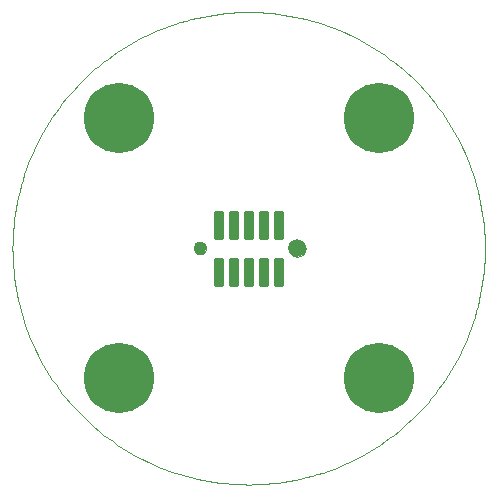
<source format=gbs>
G75*
%MOIN*%
%OFA0B0*%
%FSLAX25Y25*%
%IPPOS*%
%LPD*%
%AMOC8*
5,1,8,0,0,1.08239X$1,22.5*
%
%ADD10C,0.00394*%
%ADD11C,0.01775*%
%ADD12C,0.00000*%
%ADD13C,0.04337*%
%ADD14C,0.05912*%
%ADD15C,0.23400*%
D10*
X0001394Y0080134D02*
X0001418Y0082066D01*
X0001489Y0083998D01*
X0001607Y0085926D01*
X0001773Y0087852D01*
X0001986Y0089773D01*
X0002246Y0091688D01*
X0002553Y0093596D01*
X0002907Y0095495D01*
X0003307Y0097386D01*
X0003754Y0099266D01*
X0004246Y0101135D01*
X0004785Y0102991D01*
X0005368Y0104833D01*
X0005997Y0106661D01*
X0006670Y0108472D01*
X0007388Y0110266D01*
X0008149Y0112043D01*
X0008954Y0113800D01*
X0009802Y0115536D01*
X0010692Y0117252D01*
X0011623Y0118945D01*
X0012596Y0120614D01*
X0013610Y0122260D01*
X0014664Y0123880D01*
X0015757Y0125473D01*
X0016889Y0127039D01*
X0018060Y0128577D01*
X0019267Y0130086D01*
X0020511Y0131565D01*
X0021792Y0133013D01*
X0023107Y0134428D01*
X0024456Y0135812D01*
X0025840Y0137161D01*
X0027255Y0138476D01*
X0028703Y0139757D01*
X0030182Y0141001D01*
X0031691Y0142208D01*
X0033229Y0143379D01*
X0034795Y0144511D01*
X0036388Y0145604D01*
X0038008Y0146658D01*
X0039654Y0147672D01*
X0041323Y0148645D01*
X0043016Y0149576D01*
X0044732Y0150466D01*
X0046468Y0151314D01*
X0048225Y0152119D01*
X0050002Y0152880D01*
X0051796Y0153598D01*
X0053607Y0154271D01*
X0055435Y0154900D01*
X0057277Y0155483D01*
X0059133Y0156022D01*
X0061002Y0156514D01*
X0062882Y0156961D01*
X0064773Y0157361D01*
X0066672Y0157715D01*
X0068580Y0158022D01*
X0070495Y0158282D01*
X0072416Y0158495D01*
X0074342Y0158661D01*
X0076270Y0158779D01*
X0078202Y0158850D01*
X0080134Y0158874D01*
X0082066Y0158850D01*
X0083998Y0158779D01*
X0085926Y0158661D01*
X0087852Y0158495D01*
X0089773Y0158282D01*
X0091688Y0158022D01*
X0093596Y0157715D01*
X0095495Y0157361D01*
X0097386Y0156961D01*
X0099266Y0156514D01*
X0101135Y0156022D01*
X0102991Y0155483D01*
X0104833Y0154900D01*
X0106661Y0154271D01*
X0108472Y0153598D01*
X0110266Y0152880D01*
X0112043Y0152119D01*
X0113800Y0151314D01*
X0115536Y0150466D01*
X0117252Y0149576D01*
X0118945Y0148645D01*
X0120614Y0147672D01*
X0122260Y0146658D01*
X0123880Y0145604D01*
X0125473Y0144511D01*
X0127039Y0143379D01*
X0128577Y0142208D01*
X0130086Y0141001D01*
X0131565Y0139757D01*
X0133013Y0138476D01*
X0134428Y0137161D01*
X0135812Y0135812D01*
X0137161Y0134428D01*
X0138476Y0133013D01*
X0139757Y0131565D01*
X0141001Y0130086D01*
X0142208Y0128577D01*
X0143379Y0127039D01*
X0144511Y0125473D01*
X0145604Y0123880D01*
X0146658Y0122260D01*
X0147672Y0120614D01*
X0148645Y0118945D01*
X0149576Y0117252D01*
X0150466Y0115536D01*
X0151314Y0113800D01*
X0152119Y0112043D01*
X0152880Y0110266D01*
X0153598Y0108472D01*
X0154271Y0106661D01*
X0154900Y0104833D01*
X0155483Y0102991D01*
X0156022Y0101135D01*
X0156514Y0099266D01*
X0156961Y0097386D01*
X0157361Y0095495D01*
X0157715Y0093596D01*
X0158022Y0091688D01*
X0158282Y0089773D01*
X0158495Y0087852D01*
X0158661Y0085926D01*
X0158779Y0083998D01*
X0158850Y0082066D01*
X0158874Y0080134D01*
X0158850Y0078202D01*
X0158779Y0076270D01*
X0158661Y0074342D01*
X0158495Y0072416D01*
X0158282Y0070495D01*
X0158022Y0068580D01*
X0157715Y0066672D01*
X0157361Y0064773D01*
X0156961Y0062882D01*
X0156514Y0061002D01*
X0156022Y0059133D01*
X0155483Y0057277D01*
X0154900Y0055435D01*
X0154271Y0053607D01*
X0153598Y0051796D01*
X0152880Y0050002D01*
X0152119Y0048225D01*
X0151314Y0046468D01*
X0150466Y0044732D01*
X0149576Y0043016D01*
X0148645Y0041323D01*
X0147672Y0039654D01*
X0146658Y0038008D01*
X0145604Y0036388D01*
X0144511Y0034795D01*
X0143379Y0033229D01*
X0142208Y0031691D01*
X0141001Y0030182D01*
X0139757Y0028703D01*
X0138476Y0027255D01*
X0137161Y0025840D01*
X0135812Y0024456D01*
X0134428Y0023107D01*
X0133013Y0021792D01*
X0131565Y0020511D01*
X0130086Y0019267D01*
X0128577Y0018060D01*
X0127039Y0016889D01*
X0125473Y0015757D01*
X0123880Y0014664D01*
X0122260Y0013610D01*
X0120614Y0012596D01*
X0118945Y0011623D01*
X0117252Y0010692D01*
X0115536Y0009802D01*
X0113800Y0008954D01*
X0112043Y0008149D01*
X0110266Y0007388D01*
X0108472Y0006670D01*
X0106661Y0005997D01*
X0104833Y0005368D01*
X0102991Y0004785D01*
X0101135Y0004246D01*
X0099266Y0003754D01*
X0097386Y0003307D01*
X0095495Y0002907D01*
X0093596Y0002553D01*
X0091688Y0002246D01*
X0089773Y0001986D01*
X0087852Y0001773D01*
X0085926Y0001607D01*
X0083998Y0001489D01*
X0082066Y0001418D01*
X0080134Y0001394D01*
X0078202Y0001418D01*
X0076270Y0001489D01*
X0074342Y0001607D01*
X0072416Y0001773D01*
X0070495Y0001986D01*
X0068580Y0002246D01*
X0066672Y0002553D01*
X0064773Y0002907D01*
X0062882Y0003307D01*
X0061002Y0003754D01*
X0059133Y0004246D01*
X0057277Y0004785D01*
X0055435Y0005368D01*
X0053607Y0005997D01*
X0051796Y0006670D01*
X0050002Y0007388D01*
X0048225Y0008149D01*
X0046468Y0008954D01*
X0044732Y0009802D01*
X0043016Y0010692D01*
X0041323Y0011623D01*
X0039654Y0012596D01*
X0038008Y0013610D01*
X0036388Y0014664D01*
X0034795Y0015757D01*
X0033229Y0016889D01*
X0031691Y0018060D01*
X0030182Y0019267D01*
X0028703Y0020511D01*
X0027255Y0021792D01*
X0025840Y0023107D01*
X0024456Y0024456D01*
X0023107Y0025840D01*
X0021792Y0027255D01*
X0020511Y0028703D01*
X0019267Y0030182D01*
X0018060Y0031691D01*
X0016889Y0033229D01*
X0015757Y0034795D01*
X0014664Y0036388D01*
X0013610Y0038008D01*
X0012596Y0039654D01*
X0011623Y0041323D01*
X0010692Y0043016D01*
X0009802Y0044732D01*
X0008954Y0046468D01*
X0008149Y0048225D01*
X0007388Y0050002D01*
X0006670Y0051796D01*
X0005997Y0053607D01*
X0005368Y0055435D01*
X0004785Y0057277D01*
X0004246Y0059133D01*
X0003754Y0061002D01*
X0003307Y0062882D01*
X0002907Y0064773D01*
X0002553Y0066672D01*
X0002246Y0068580D01*
X0001986Y0070495D01*
X0001773Y0072416D01*
X0001607Y0074342D01*
X0001489Y0076270D01*
X0001418Y0078202D01*
X0001394Y0080134D01*
D11*
X0069246Y0092045D02*
X0071022Y0092045D01*
X0071022Y0083971D01*
X0069246Y0083971D01*
X0069246Y0092045D01*
X0069246Y0085745D02*
X0071022Y0085745D01*
X0071022Y0087519D02*
X0069246Y0087519D01*
X0069246Y0089293D02*
X0071022Y0089293D01*
X0071022Y0091067D02*
X0069246Y0091067D01*
X0074246Y0092045D02*
X0076022Y0092045D01*
X0076022Y0083971D01*
X0074246Y0083971D01*
X0074246Y0092045D01*
X0074246Y0085745D02*
X0076022Y0085745D01*
X0076022Y0087519D02*
X0074246Y0087519D01*
X0074246Y0089293D02*
X0076022Y0089293D01*
X0076022Y0091067D02*
X0074246Y0091067D01*
X0079246Y0092045D02*
X0081022Y0092045D01*
X0081022Y0083971D01*
X0079246Y0083971D01*
X0079246Y0092045D01*
X0079246Y0085745D02*
X0081022Y0085745D01*
X0081022Y0087519D02*
X0079246Y0087519D01*
X0079246Y0089293D02*
X0081022Y0089293D01*
X0081022Y0091067D02*
X0079246Y0091067D01*
X0084246Y0092045D02*
X0086022Y0092045D01*
X0086022Y0083971D01*
X0084246Y0083971D01*
X0084246Y0092045D01*
X0084246Y0085745D02*
X0086022Y0085745D01*
X0086022Y0087519D02*
X0084246Y0087519D01*
X0084246Y0089293D02*
X0086022Y0089293D01*
X0086022Y0091067D02*
X0084246Y0091067D01*
X0089246Y0092045D02*
X0091022Y0092045D01*
X0091022Y0083971D01*
X0089246Y0083971D01*
X0089246Y0092045D01*
X0089246Y0085745D02*
X0091022Y0085745D01*
X0091022Y0087519D02*
X0089246Y0087519D01*
X0089246Y0089293D02*
X0091022Y0089293D01*
X0091022Y0091067D02*
X0089246Y0091067D01*
X0089246Y0076297D02*
X0091022Y0076297D01*
X0091022Y0068223D01*
X0089246Y0068223D01*
X0089246Y0076297D01*
X0089246Y0069997D02*
X0091022Y0069997D01*
X0091022Y0071771D02*
X0089246Y0071771D01*
X0089246Y0073545D02*
X0091022Y0073545D01*
X0091022Y0075319D02*
X0089246Y0075319D01*
X0086022Y0076297D02*
X0084246Y0076297D01*
X0086022Y0076297D02*
X0086022Y0068223D01*
X0084246Y0068223D01*
X0084246Y0076297D01*
X0084246Y0069997D02*
X0086022Y0069997D01*
X0086022Y0071771D02*
X0084246Y0071771D01*
X0084246Y0073545D02*
X0086022Y0073545D01*
X0086022Y0075319D02*
X0084246Y0075319D01*
X0081022Y0076297D02*
X0079246Y0076297D01*
X0081022Y0076297D02*
X0081022Y0068223D01*
X0079246Y0068223D01*
X0079246Y0076297D01*
X0079246Y0069997D02*
X0081022Y0069997D01*
X0081022Y0071771D02*
X0079246Y0071771D01*
X0079246Y0073545D02*
X0081022Y0073545D01*
X0081022Y0075319D02*
X0079246Y0075319D01*
X0076022Y0076297D02*
X0074246Y0076297D01*
X0076022Y0076297D02*
X0076022Y0068223D01*
X0074246Y0068223D01*
X0074246Y0076297D01*
X0074246Y0069997D02*
X0076022Y0069997D01*
X0076022Y0071771D02*
X0074246Y0071771D01*
X0074246Y0073545D02*
X0076022Y0073545D01*
X0076022Y0075319D02*
X0074246Y0075319D01*
X0071022Y0076297D02*
X0069246Y0076297D01*
X0071022Y0076297D02*
X0071022Y0068223D01*
X0069246Y0068223D01*
X0069246Y0076297D01*
X0069246Y0069997D02*
X0071022Y0069997D01*
X0071022Y0071771D02*
X0069246Y0071771D01*
X0069246Y0073545D02*
X0071022Y0073545D01*
X0071022Y0075319D02*
X0069246Y0075319D01*
D12*
X0061964Y0080134D02*
X0061966Y0080222D01*
X0061972Y0080310D01*
X0061982Y0080398D01*
X0061996Y0080486D01*
X0062013Y0080572D01*
X0062035Y0080658D01*
X0062060Y0080742D01*
X0062090Y0080826D01*
X0062122Y0080908D01*
X0062159Y0080988D01*
X0062199Y0081067D01*
X0062243Y0081144D01*
X0062290Y0081219D01*
X0062340Y0081291D01*
X0062394Y0081362D01*
X0062450Y0081429D01*
X0062510Y0081495D01*
X0062572Y0081557D01*
X0062638Y0081617D01*
X0062705Y0081673D01*
X0062776Y0081727D01*
X0062848Y0081777D01*
X0062923Y0081824D01*
X0063000Y0081868D01*
X0063079Y0081908D01*
X0063159Y0081945D01*
X0063241Y0081977D01*
X0063325Y0082007D01*
X0063409Y0082032D01*
X0063495Y0082054D01*
X0063581Y0082071D01*
X0063669Y0082085D01*
X0063757Y0082095D01*
X0063845Y0082101D01*
X0063933Y0082103D01*
X0064021Y0082101D01*
X0064109Y0082095D01*
X0064197Y0082085D01*
X0064285Y0082071D01*
X0064371Y0082054D01*
X0064457Y0082032D01*
X0064541Y0082007D01*
X0064625Y0081977D01*
X0064707Y0081945D01*
X0064787Y0081908D01*
X0064866Y0081868D01*
X0064943Y0081824D01*
X0065018Y0081777D01*
X0065090Y0081727D01*
X0065161Y0081673D01*
X0065228Y0081617D01*
X0065294Y0081557D01*
X0065356Y0081495D01*
X0065416Y0081429D01*
X0065472Y0081362D01*
X0065526Y0081291D01*
X0065576Y0081219D01*
X0065623Y0081144D01*
X0065667Y0081067D01*
X0065707Y0080988D01*
X0065744Y0080908D01*
X0065776Y0080826D01*
X0065806Y0080742D01*
X0065831Y0080658D01*
X0065853Y0080572D01*
X0065870Y0080486D01*
X0065884Y0080398D01*
X0065894Y0080310D01*
X0065900Y0080222D01*
X0065902Y0080134D01*
X0065900Y0080046D01*
X0065894Y0079958D01*
X0065884Y0079870D01*
X0065870Y0079782D01*
X0065853Y0079696D01*
X0065831Y0079610D01*
X0065806Y0079526D01*
X0065776Y0079442D01*
X0065744Y0079360D01*
X0065707Y0079280D01*
X0065667Y0079201D01*
X0065623Y0079124D01*
X0065576Y0079049D01*
X0065526Y0078977D01*
X0065472Y0078906D01*
X0065416Y0078839D01*
X0065356Y0078773D01*
X0065294Y0078711D01*
X0065228Y0078651D01*
X0065161Y0078595D01*
X0065090Y0078541D01*
X0065018Y0078491D01*
X0064943Y0078444D01*
X0064866Y0078400D01*
X0064787Y0078360D01*
X0064707Y0078323D01*
X0064625Y0078291D01*
X0064541Y0078261D01*
X0064457Y0078236D01*
X0064371Y0078214D01*
X0064285Y0078197D01*
X0064197Y0078183D01*
X0064109Y0078173D01*
X0064021Y0078167D01*
X0063933Y0078165D01*
X0063845Y0078167D01*
X0063757Y0078173D01*
X0063669Y0078183D01*
X0063581Y0078197D01*
X0063495Y0078214D01*
X0063409Y0078236D01*
X0063325Y0078261D01*
X0063241Y0078291D01*
X0063159Y0078323D01*
X0063079Y0078360D01*
X0063000Y0078400D01*
X0062923Y0078444D01*
X0062848Y0078491D01*
X0062776Y0078541D01*
X0062705Y0078595D01*
X0062638Y0078651D01*
X0062572Y0078711D01*
X0062510Y0078773D01*
X0062450Y0078839D01*
X0062394Y0078906D01*
X0062340Y0078977D01*
X0062290Y0079049D01*
X0062243Y0079124D01*
X0062199Y0079201D01*
X0062159Y0079280D01*
X0062122Y0079360D01*
X0062090Y0079442D01*
X0062060Y0079526D01*
X0062035Y0079610D01*
X0062013Y0079696D01*
X0061996Y0079782D01*
X0061982Y0079870D01*
X0061972Y0079958D01*
X0061966Y0080046D01*
X0061964Y0080134D01*
X0093579Y0080134D02*
X0093581Y0080239D01*
X0093587Y0080344D01*
X0093597Y0080448D01*
X0093611Y0080552D01*
X0093629Y0080656D01*
X0093651Y0080758D01*
X0093676Y0080860D01*
X0093706Y0080961D01*
X0093739Y0081060D01*
X0093776Y0081158D01*
X0093817Y0081255D01*
X0093862Y0081350D01*
X0093910Y0081443D01*
X0093961Y0081535D01*
X0094017Y0081624D01*
X0094075Y0081711D01*
X0094137Y0081796D01*
X0094201Y0081879D01*
X0094269Y0081959D01*
X0094340Y0082036D01*
X0094414Y0082110D01*
X0094491Y0082182D01*
X0094570Y0082251D01*
X0094652Y0082316D01*
X0094736Y0082379D01*
X0094823Y0082438D01*
X0094912Y0082494D01*
X0095003Y0082547D01*
X0095096Y0082596D01*
X0095190Y0082641D01*
X0095286Y0082683D01*
X0095384Y0082721D01*
X0095483Y0082755D01*
X0095584Y0082786D01*
X0095685Y0082812D01*
X0095788Y0082835D01*
X0095891Y0082854D01*
X0095995Y0082869D01*
X0096099Y0082880D01*
X0096204Y0082887D01*
X0096309Y0082890D01*
X0096414Y0082889D01*
X0096519Y0082884D01*
X0096623Y0082875D01*
X0096727Y0082862D01*
X0096831Y0082845D01*
X0096934Y0082824D01*
X0097036Y0082799D01*
X0097137Y0082771D01*
X0097236Y0082738D01*
X0097335Y0082702D01*
X0097432Y0082662D01*
X0097527Y0082619D01*
X0097621Y0082571D01*
X0097713Y0082521D01*
X0097803Y0082467D01*
X0097891Y0082409D01*
X0097976Y0082348D01*
X0098059Y0082284D01*
X0098140Y0082217D01*
X0098218Y0082147D01*
X0098293Y0082073D01*
X0098365Y0081998D01*
X0098435Y0081919D01*
X0098501Y0081838D01*
X0098565Y0081754D01*
X0098625Y0081668D01*
X0098681Y0081580D01*
X0098735Y0081489D01*
X0098785Y0081397D01*
X0098831Y0081303D01*
X0098874Y0081207D01*
X0098913Y0081109D01*
X0098948Y0081011D01*
X0098979Y0080910D01*
X0099007Y0080809D01*
X0099031Y0080707D01*
X0099051Y0080604D01*
X0099067Y0080500D01*
X0099079Y0080396D01*
X0099087Y0080291D01*
X0099091Y0080186D01*
X0099091Y0080082D01*
X0099087Y0079977D01*
X0099079Y0079872D01*
X0099067Y0079768D01*
X0099051Y0079664D01*
X0099031Y0079561D01*
X0099007Y0079459D01*
X0098979Y0079358D01*
X0098948Y0079257D01*
X0098913Y0079159D01*
X0098874Y0079061D01*
X0098831Y0078965D01*
X0098785Y0078871D01*
X0098735Y0078779D01*
X0098681Y0078688D01*
X0098625Y0078600D01*
X0098565Y0078514D01*
X0098501Y0078430D01*
X0098435Y0078349D01*
X0098365Y0078270D01*
X0098293Y0078195D01*
X0098218Y0078121D01*
X0098140Y0078051D01*
X0098059Y0077984D01*
X0097976Y0077920D01*
X0097891Y0077859D01*
X0097803Y0077801D01*
X0097713Y0077747D01*
X0097621Y0077697D01*
X0097527Y0077649D01*
X0097432Y0077606D01*
X0097335Y0077566D01*
X0097236Y0077530D01*
X0097137Y0077497D01*
X0097036Y0077469D01*
X0096934Y0077444D01*
X0096831Y0077423D01*
X0096727Y0077406D01*
X0096623Y0077393D01*
X0096519Y0077384D01*
X0096414Y0077379D01*
X0096309Y0077378D01*
X0096204Y0077381D01*
X0096099Y0077388D01*
X0095995Y0077399D01*
X0095891Y0077414D01*
X0095788Y0077433D01*
X0095685Y0077456D01*
X0095584Y0077482D01*
X0095483Y0077513D01*
X0095384Y0077547D01*
X0095286Y0077585D01*
X0095190Y0077627D01*
X0095096Y0077672D01*
X0095003Y0077721D01*
X0094912Y0077774D01*
X0094823Y0077830D01*
X0094736Y0077889D01*
X0094652Y0077952D01*
X0094570Y0078017D01*
X0094491Y0078086D01*
X0094414Y0078158D01*
X0094340Y0078232D01*
X0094269Y0078309D01*
X0094201Y0078389D01*
X0094137Y0078472D01*
X0094075Y0078557D01*
X0094017Y0078644D01*
X0093961Y0078733D01*
X0093910Y0078825D01*
X0093862Y0078918D01*
X0093817Y0079013D01*
X0093776Y0079110D01*
X0093739Y0079208D01*
X0093706Y0079307D01*
X0093676Y0079408D01*
X0093651Y0079510D01*
X0093629Y0079612D01*
X0093611Y0079716D01*
X0093597Y0079820D01*
X0093587Y0079924D01*
X0093581Y0080029D01*
X0093579Y0080134D01*
D13*
X0063933Y0080134D03*
D14*
X0096335Y0080134D03*
D15*
X0036827Y0036827D03*
X0036827Y0123441D03*
X0123441Y0123441D03*
X0123441Y0036827D03*
M02*

</source>
